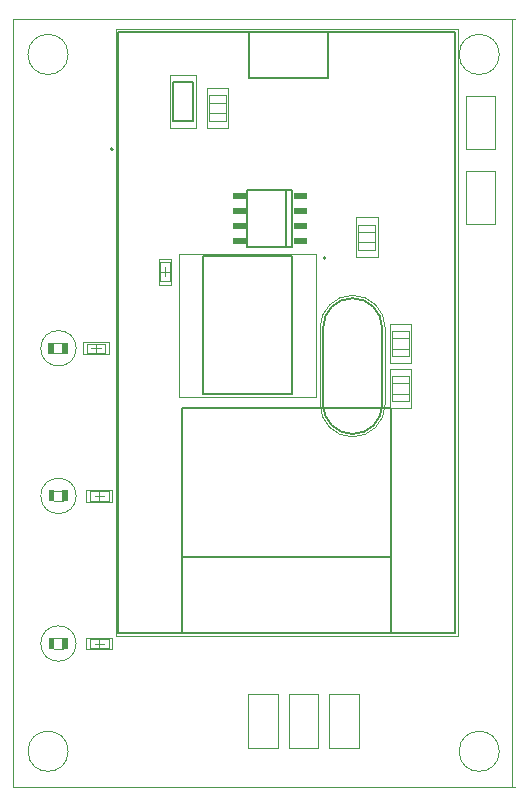
<source format=gm1>
G04*
G04 #@! TF.GenerationSoftware,Altium Limited,Altium Designer,21.0.9 (235)*
G04*
G04 Layer_Color=16711935*
%FSLAX25Y25*%
%MOIN*%
G70*
G04*
G04 #@! TF.SameCoordinates,A9A079C1-7CC1-46CE-92A7-F05A66FF1BB4*
G04*
G04*
G04 #@! TF.FilePolarity,Positive*
G04*
G01*
G75*
%ADD10C,0.00787*%
%ADD12C,0.00500*%
%ADD13C,0.00050*%
%ADD14C,0.00000*%
%ADD15C,0.00394*%
%ADD16C,0.00800*%
%ADD17C,0.00400*%
%ADD18C,0.00197*%
%ADD19C,0.00201*%
G36*
X97966Y-60062D02*
X93635D01*
Y-58132D01*
X97966D01*
Y-60062D01*
D02*
G37*
G36*
X77887D02*
X73556D01*
Y-58132D01*
X77887D01*
Y-60062D01*
D02*
G37*
G36*
X97966Y-65062D02*
X93635D01*
Y-63132D01*
X97966D01*
Y-65062D01*
D02*
G37*
G36*
X77887D02*
X73556D01*
Y-63132D01*
X77887D01*
Y-65062D01*
D02*
G37*
G36*
X97966Y-70062D02*
X93635D01*
Y-68132D01*
X97966D01*
Y-70062D01*
D02*
G37*
G36*
X77887D02*
X73556D01*
Y-68132D01*
X77887D01*
Y-70062D01*
D02*
G37*
G36*
X97966Y-75062D02*
X93635D01*
Y-73132D01*
X97966D01*
Y-75062D01*
D02*
G37*
G36*
X77887D02*
X73556D01*
Y-73132D01*
X77887D01*
Y-75062D01*
D02*
G37*
G36*
X18522Y-111612D02*
X16555D01*
Y-107868D01*
X18522D01*
Y-111612D01*
D02*
G37*
G36*
X13922Y-111613D02*
X11945D01*
Y-107868D01*
X13922D01*
Y-111613D01*
D02*
G37*
G36*
X18539Y-160825D02*
X16573D01*
Y-157081D01*
X18539D01*
Y-160825D01*
D02*
G37*
G36*
X13939Y-160826D02*
X11963D01*
Y-157081D01*
X13939D01*
Y-160826D01*
D02*
G37*
G36*
X18532Y-210037D02*
X16566D01*
Y-206294D01*
X18532D01*
Y-210037D01*
D02*
G37*
G36*
X13932Y-210038D02*
X11956D01*
Y-206294D01*
X13932D01*
Y-210038D01*
D02*
G37*
D10*
X33429Y-43417D02*
G03*
X33429Y-43417I-394J0D01*
G01*
X104383Y-79735D02*
G03*
X104383Y-79735I-394J0D01*
G01*
D12*
X103480Y-128492D02*
G03*
X113323Y-138335I9843J0D01*
G01*
D02*
G03*
X123165Y-128492I0J9843D01*
G01*
X113323Y-93059D02*
G03*
X103480Y-102902I0J-9843D01*
G01*
X123165D02*
G03*
X113323Y-93059I-9843J0D01*
G01*
X53476Y-21165D02*
X60169D01*
X53476Y-33999D02*
Y-21165D01*
Y-33999D02*
X60169D01*
Y-21165D01*
X103480Y-128492D02*
Y-102902D01*
X123165Y-128492D02*
Y-102902D01*
X35280Y-4205D02*
X78858D01*
X105280D01*
X147524D01*
X35280Y-204795D02*
Y-4205D01*
X147524Y-204795D02*
Y-4205D01*
X35280Y-204795D02*
X56421D01*
X126067D01*
X147524D01*
X56421D02*
Y-179244D01*
Y-129520D01*
X126067D01*
Y-179244D02*
Y-129520D01*
Y-204795D02*
Y-179244D01*
X56421D02*
X126067D01*
X105280Y-19520D02*
Y-4205D01*
X78858Y-19520D02*
X105280D01*
X78858D02*
Y-4205D01*
X63360Y-125030D02*
Y-79164D01*
X93281Y-125030D02*
Y-79164D01*
X63360Y-125030D02*
X93281D01*
X63360Y-79164D02*
X93281D01*
D13*
X162205Y-244094D02*
G03*
X162205Y-244094I-6693J0D01*
G01*
X18504Y-11811D02*
G03*
X18504Y-11811I-6693J0D01*
G01*
X21176Y-109759D02*
G03*
X21176Y-109759I-5906J0D01*
G01*
X162205Y-11811D02*
G03*
X162205Y-11811I-6693J0D01*
G01*
X18504Y-244094D02*
G03*
X18504Y-244094I-6693J0D01*
G01*
X21176Y-158971D02*
G03*
X21176Y-158971I-5906J0D01*
G01*
Y-208184D02*
G03*
X21176Y-208184I-5906J0D01*
G01*
X0Y-255906D02*
X167323D01*
X0Y0D02*
X167323D01*
X166323Y-255906D02*
Y0D01*
X0Y-255906D02*
Y0D01*
Y-255906D02*
Y-98425D01*
X162205Y-244094D02*
G03*
X162205Y-244094I-6693J0D01*
G01*
X18504Y-11811D02*
G03*
X18504Y-11811I-6693J0D01*
G01*
X21176Y-109759D02*
G03*
X21176Y-109759I-5906J0D01*
G01*
X162205Y-11811D02*
G03*
X162205Y-11811I-6693J0D01*
G01*
X18504Y-244094D02*
G03*
X18504Y-244094I-6693J0D01*
G01*
X21176Y-158971D02*
G03*
X21176Y-158971I-5906J0D01*
G01*
Y-208184D02*
G03*
X21176Y-208184I-5906J0D01*
G01*
X0Y-255906D02*
X167323D01*
X0Y0D02*
X167323D01*
X166323Y-255906D02*
Y0D01*
X0Y-255906D02*
Y0D01*
Y-255906D02*
Y-98425D01*
D14*
X115200Y-74400D02*
X120800D01*
Y-76900D02*
Y-74400D01*
X115200Y-76900D02*
Y-74400D01*
Y-71000D02*
X120800D01*
X115200D02*
Y-68500D01*
X120800Y-71000D02*
Y-68500D01*
X115200Y-74400D02*
Y-71000D01*
Y-68500D02*
X120800D01*
Y-74400D02*
Y-71000D01*
X115200Y-76900D02*
X120800D01*
X126523Y-109897D02*
X132123D01*
Y-112397D02*
Y-109897D01*
X126523Y-112397D02*
Y-109897D01*
Y-106497D02*
X132123D01*
X126523D02*
Y-103997D01*
X132123Y-106497D02*
Y-103997D01*
X126523Y-109897D02*
Y-106497D01*
Y-103997D02*
X132123D01*
Y-109897D02*
Y-106497D01*
X126523Y-112397D02*
X132123D01*
X126523Y-121497D02*
X132123D01*
X126523D02*
Y-118997D01*
X132123Y-121497D02*
Y-118997D01*
X126523Y-124897D02*
X132123D01*
Y-127397D02*
Y-124897D01*
X126523Y-127397D02*
Y-124897D01*
X132123D02*
Y-121497D01*
X126523Y-127397D02*
X132123D01*
X126523Y-124897D02*
Y-121497D01*
Y-118997D02*
X132123D01*
X65523Y-27997D02*
X71123D01*
X65523D02*
Y-25497D01*
X71123Y-27997D02*
Y-25497D01*
X65523Y-31397D02*
X71123D01*
Y-33897D02*
Y-31397D01*
X65523Y-33897D02*
Y-31397D01*
X71123D02*
Y-27997D01*
X65523Y-33897D02*
X71123D01*
X65523Y-31397D02*
Y-27997D01*
Y-25497D02*
X71123D01*
X115200Y-74400D02*
X120800D01*
Y-76900D02*
Y-74400D01*
X115200Y-76900D02*
Y-74400D01*
Y-71000D02*
X120800D01*
X115200D02*
Y-68500D01*
X120800Y-71000D02*
Y-68500D01*
X115200Y-74400D02*
Y-71000D01*
Y-68500D02*
X120800D01*
Y-74400D02*
Y-71000D01*
X115200Y-76900D02*
X120800D01*
X126523Y-109897D02*
X132123D01*
Y-112397D02*
Y-109897D01*
X126523Y-112397D02*
Y-109897D01*
Y-106497D02*
X132123D01*
X126523D02*
Y-103997D01*
X132123Y-106497D02*
Y-103997D01*
X126523Y-109897D02*
Y-106497D01*
Y-103997D02*
X132123D01*
Y-109897D02*
Y-106497D01*
X126523Y-112397D02*
X132123D01*
X126523Y-121497D02*
X132123D01*
X126523D02*
Y-118997D01*
X132123Y-121497D02*
Y-118997D01*
X126523Y-124897D02*
X132123D01*
Y-127397D02*
Y-124897D01*
X126523Y-127397D02*
Y-124897D01*
X132123D02*
Y-121497D01*
X126523Y-127397D02*
X132123D01*
X126523Y-124897D02*
Y-121497D01*
Y-118997D02*
X132123D01*
X65523Y-27997D02*
X71123D01*
X65523D02*
Y-25497D01*
X71123Y-27997D02*
Y-25497D01*
X65523Y-31397D02*
X71123D01*
Y-33897D02*
Y-31397D01*
X65523Y-33897D02*
Y-31397D01*
X71123D02*
Y-27997D01*
X65523Y-33897D02*
X71123D01*
X65523Y-31397D02*
Y-27997D01*
Y-25497D02*
X71123D01*
D15*
X24654Y-111333D02*
X30953D01*
X24654Y-108184D02*
X30953D01*
Y-111333D02*
Y-108184D01*
X24654Y-111333D02*
Y-108184D01*
X25736Y-160555D02*
X32035D01*
X25736Y-157405D02*
X32035D01*
Y-160555D02*
Y-157405D01*
X25736Y-160555D02*
Y-157405D01*
Y-209759D02*
X32035D01*
X25736Y-206609D02*
X32035D01*
Y-209759D02*
Y-206609D01*
X25736Y-209759D02*
Y-206609D01*
X49248Y-87347D02*
Y-81047D01*
X52398Y-87347D02*
Y-81047D01*
X49248D02*
X52398D01*
X49248Y-87347D02*
X52398D01*
X27803Y-111333D02*
Y-108184D01*
X26228Y-109759D02*
X29378D01*
X28886Y-160555D02*
Y-157405D01*
X27311Y-158980D02*
X30461D01*
X28886Y-209759D02*
Y-206609D01*
X27311Y-208184D02*
X30461D01*
X49248Y-84197D02*
X52398D01*
X50823Y-85772D02*
Y-82622D01*
D16*
X91273Y-76046D02*
Y-57148D01*
X78281Y-76046D02*
Y-57148D01*
X91273D01*
X93241D01*
Y-76046D02*
Y-57148D01*
X91273Y-76046D02*
X93241D01*
X78281D02*
X91273D01*
D17*
X13851Y-111408D02*
X16654D01*
X13851Y-108058D02*
X16654D01*
X13862Y-209833D02*
X16665D01*
X13862Y-206483D02*
X16665D01*
X13869Y-160621D02*
X16672D01*
X13869Y-157270D02*
X16672D01*
D18*
X102496Y-128492D02*
G03*
X113323Y-139319I10827J0D01*
G01*
D02*
G03*
X124150Y-128492I0J10827D01*
G01*
X113323Y-92075D02*
G03*
X102496Y-102902I0J-10827D01*
G01*
X124150D02*
G03*
X113323Y-92075I-10827J0D01*
G01*
X23472Y-111727D02*
X32134D01*
X23472Y-107790D02*
X32134D01*
Y-111727D02*
Y-107790D01*
X23472Y-111727D02*
Y-107790D01*
X24555Y-160949D02*
X33217D01*
X24555Y-157012D02*
X33217D01*
Y-160949D02*
Y-157012D01*
X24555Y-160949D02*
Y-157012D01*
Y-210152D02*
X33217D01*
X24555Y-206215D02*
X33217D01*
Y-210152D02*
Y-206215D01*
X24555Y-210152D02*
Y-206215D01*
X52445Y-18783D02*
X61201D01*
X52445Y-36381D02*
Y-18783D01*
Y-36381D02*
X61201D01*
Y-18783D01*
X102496Y-128492D02*
Y-102902D01*
X124150Y-128492D02*
Y-102902D01*
X151079Y-25642D02*
X160921D01*
Y-43358D02*
Y-25642D01*
X151079Y-43358D02*
X160921D01*
X151079D02*
Y-25642D01*
Y-50642D02*
X160921D01*
Y-68358D02*
Y-50642D01*
X151079Y-68358D02*
X160921D01*
X151079D02*
Y-50642D01*
X105579Y-242858D02*
X115421D01*
Y-225142D01*
X105579D02*
X115421D01*
X105579Y-242858D02*
Y-225142D01*
X92079Y-242858D02*
X101921D01*
Y-225142D01*
X92079D02*
X101921D01*
X92079Y-242858D02*
Y-225142D01*
X78579Y-242858D02*
X88421D01*
Y-225142D01*
X78579D02*
X88421D01*
X78579Y-242858D02*
Y-225142D01*
X34295Y-205780D02*
Y-3221D01*
Y-205780D02*
X148508D01*
Y-3221D01*
X34295D02*
X148508D01*
X55427Y-126014D02*
Y-78180D01*
X101214Y-126014D02*
Y-78180D01*
X55427Y-126014D02*
X101214D01*
X55427Y-78180D02*
X101214D01*
X48854Y-88528D02*
Y-79866D01*
X52791Y-88528D02*
Y-79866D01*
X48854D02*
X52791D01*
X48854Y-88528D02*
X52791D01*
D19*
X114496Y-66086D02*
X121622D01*
X114496Y-79275D02*
X121622D01*
X114496D02*
Y-66086D01*
X121622Y-79275D02*
Y-66086D01*
X125819Y-101583D02*
X132945D01*
X125819Y-114772D02*
X132945D01*
X125819D02*
Y-101583D01*
X132945Y-114772D02*
Y-101583D01*
X125701Y-129811D02*
X132827D01*
X125701Y-116622D02*
X132827D01*
Y-129811D02*
Y-116622D01*
X125701Y-129811D02*
Y-116622D01*
X64701Y-36311D02*
X71827D01*
X64701Y-23122D02*
X71827D01*
Y-36311D02*
Y-23122D01*
X64701Y-36311D02*
Y-23122D01*
M02*

</source>
